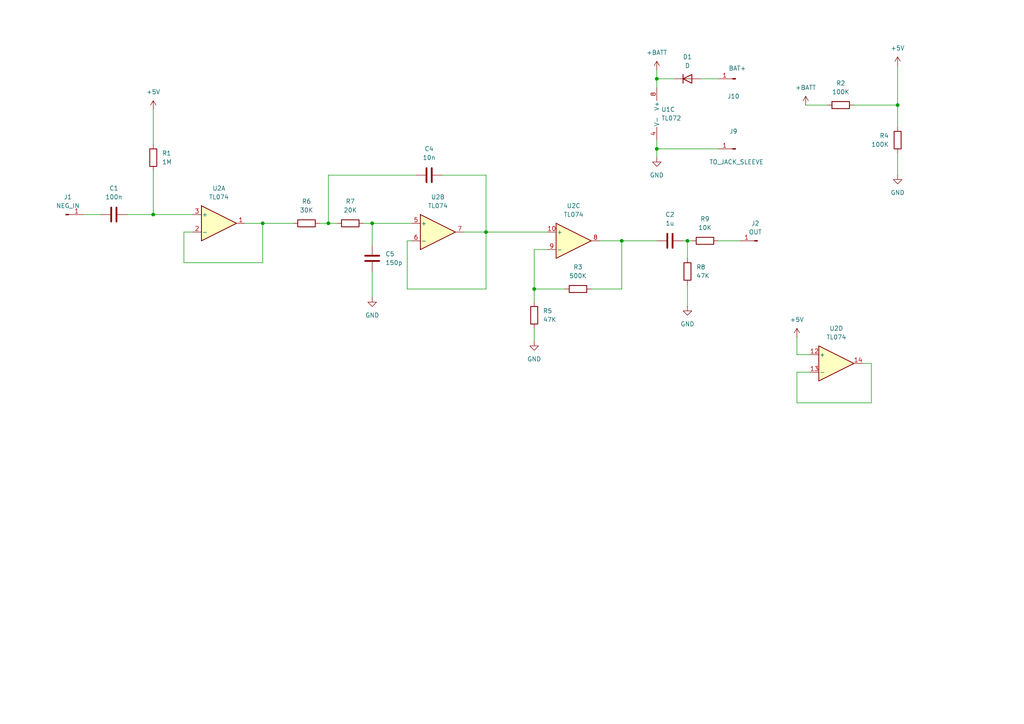
<source format=kicad_sch>
(kicad_sch (version 20231120) (generator "eeschema") (generator_version "8.0")
  (paper "A4")
  (lib_symbols
    (symbol "Amplifier_Operational:TL072" (pin_names (offset 0.127))
      (property "Reference" "U" (at 0 5.08 0))
      (property "Value" "TL072" (at 0 -5.08 0))
      (symbol "TL072_1_1"
        (polyline (pts (xy -5.08 5.08) (xy 5.08 0) (xy -5.08 -5.08) (xy -5.08 5.08)) (stroke (width 0.254)) (fill (type background)))
        (pin output line (at 7.62 0 180) (length 2.54) (name "~") (number "1"))
        (pin input line (at -7.62 -2.54 0) (length 2.54) (name "-") (number "2"))
        (pin input line (at -7.62 2.54 0) (length 2.54) (name "+") (number "3"))
      )
      (symbol "TL072_2_1"
        (polyline (pts (xy -5.08 5.08) (xy 5.08 0) (xy -5.08 -5.08) (xy -5.08 5.08)) (stroke (width 0.254)) (fill (type background)))
        (pin input line (at -7.62 2.54 0) (length 2.54) (name "+") (number "5"))
        (pin input line (at -7.62 -2.54 0) (length 2.54) (name "-") (number "6"))
        (pin output line (at 7.62 0 180) (length 2.54) (name "~") (number "7"))
      )
      (symbol "TL072_3_1"
        (pin power_in line (at -2.54 -7.62 90) (length 3.81) (name "V-") (number "4"))
        (pin power_in line (at -2.54 7.62 270) (length 3.81) (name "V+") (number "8"))
      )
    )
    (symbol "Amplifier_Operational:TL074" (pin_names (offset 0.127))
      (property "Reference" "U" (at 0 5.08 0))
      (property "Value" "TL074" (at 0 -5.08 0))
      (symbol "TL074_1_1"
        (polyline (pts (xy -5.08 5.08) (xy 5.08 0) (xy -5.08 -5.08) (xy -5.08 5.08)) (stroke (width 0.254)) (fill (type background)))
        (pin output line (at 7.62 0 180) (length 2.54) (name "~") (number "1"))
        (pin input line (at -7.62 -2.54 0) (length 2.54) (name "-") (number "2"))
        (pin input line (at -7.62 2.54 0) (length 2.54) (name "+") (number "3"))
      )
      (symbol "TL074_2_1"
        (polyline (pts (xy -5.08 5.08) (xy 5.08 0) (xy -5.08 -5.08) (xy -5.08 5.08)) (stroke (width 0.254)) (fill (type background)))
        (pin input line (at -7.62 2.54 0) (length 2.54) (name "+") (number "5"))
        (pin input line (at -7.62 -2.54 0) (length 2.54) (name "-") (number "6"))
        (pin output line (at 7.62 0 180) (length 2.54) (name "~") (number "7"))
      )
      (symbol "TL074_3_1"
        (polyline (pts (xy -5.08 5.08) (xy 5.08 0) (xy -5.08 -5.08) (xy -5.08 5.08)) (stroke (width 0.254)) (fill (type background)))
        (pin input line (at -7.62 2.54 0) (length 2.54) (name "+") (number "10"))
        (pin output line (at 7.62 0 180) (length 2.54) (name "~") (number "8"))
        (pin input line (at -7.62 -2.54 0) (length 2.54) (name "-") (number "9"))
      )
      (symbol "TL074_4_1"
        (polyline (pts (xy -5.08 5.08) (xy 5.08 0) (xy -5.08 -5.08) (xy -5.08 5.08)) (stroke (width 0.254)) (fill (type background)))
        (pin input line (at -7.62 2.54 0) (length 2.54) (name "+") (number "12"))
        (pin input line (at -7.62 -2.54 0) (length 2.54) (name "-") (number "13"))
        (pin output line (at 7.62 0 180) (length 2.54) (name "~") (number "14"))
      )
      (symbol "TL074_5_1"
        (pin power_in line (at -2.54 -7.62 90) (length 3.81) (name "V-") (number "11"))
        (pin power_in line (at -2.54 7.62 270) (length 3.81) (name "V+") (number "4"))
      )
    )
    (symbol "Connector:Conn_01x01_Pin" (pin_names (offset 1.016) hide)
      (property "Reference" "J" (at 0 2.54 0))
      (property "Value" "Conn_01x01_Pin" (at 0 -2.54 0))
      (symbol "Conn_01x01_Pin_1_1"
        (polyline (pts (xy 1.27 0) (xy 0.8636 0)) (stroke (width 0.1524)))
        (rectangle (start 0.8636 0.127) (end 0 -0.127) (stroke (width 0.1524)) (fill (type outline)))
        (pin passive line (at 5.08 0 180) (length 3.81) (name "Pin_1") (number "1"))
      )
    )
    (symbol "Device:C" (pin_numbers hide) (pin_names (offset 0.254))
      (property "Reference" "C" (at 0.635 2.54 0))
      (property "Value" "C" (at 0.635 -2.54 0))
      (symbol "C_0_1"
        (polyline (pts (xy -2.032 -0.762) (xy 2.032 -0.762)) (stroke (width 0.508)))
        (polyline (pts (xy -2.032 0.762) (xy 2.032 0.762)) (stroke (width 0.508)))
      )
      (symbol "C_1_1"
        (pin passive line (at 0 3.81 270) (length 2.794) (name "~") (number "1"))
        (pin passive line (at 0 -3.81 90) (length 2.794) (name "~") (number "2"))
      )
    )
    (symbol "Device:D" (pin_numbers hide) (pin_names (offset 1.016) hide)
      (property "Reference" "D" (at 0 2.54 0))
      (property "Value" "D" (at 0 -2.54 0))
      (symbol "D_0_1"
        (polyline (pts (xy -1.27 1.27) (xy -1.27 -1.27)) (stroke (width 0.254)))
        (polyline (pts (xy 1.27 0) (xy -1.27 0)))
        (polyline (pts (xy 1.27 1.27) (xy 1.27 -1.27) (xy -1.27 0) (xy 1.27 1.27)) (stroke (width 0.254)))
      )
      (symbol "D_1_1"
        (pin passive line (at -3.81 0 0) (length 2.54) (name "K") (number "1"))
        (pin passive line (at 3.81 0 180) (length 2.54) (name "A") (number "2"))
      )
    )
    (symbol "Device:R" (pin_numbers hide) (pin_names (offset 0))
      (property "Reference" "R" (at 2.032 0 90))
      (property "Value" "R" (at 0 0 90))
      (symbol "R_0_1"
        (rectangle (start -1.016 -2.54) (end 1.016 2.54) (stroke (width 0.254)))
      )
      (symbol "R_1_1"
        (pin passive line (at 0 3.81 270) (length 1.27) (name "~") (number "1"))
        (pin passive line (at 0 -3.81 90) (length 1.27) (name "~") (number "2"))
      )
    )
    (symbol "power:+5V" (power) (pin_numbers hide) (pin_names (offset 0) hide)
      (property "Value" "+5V" (at 0 3.556 0))
      (symbol "+5V_0_1"
        (polyline (pts (xy -0.762 1.27) (xy 0 2.54)))
        (polyline (pts (xy 0 0) (xy 0 2.54)))
        (polyline (pts (xy 0 2.54) (xy 0.762 1.27)))
      )
      (symbol "+5V_1_1"
        (pin power_in line (at 0 0 90) (length 0) (name "~") (number "1"))
      )
    )
    (symbol "power:+BATT" (power) (pin_numbers hide) (pin_names (offset 0) hide)
      (property "Value" "+BATT" (at 0 3.556 0))
      (symbol "+BATT_0_1"
        (polyline (pts (xy -0.762 1.27) (xy 0 2.54)))
        (polyline (pts (xy 0 0) (xy 0 2.54)))
        (polyline (pts (xy 0 2.54) (xy 0.762 1.27)))
      )
      (symbol "+BATT_1_1"
        (pin power_in line (at 0 0 90) (length 0) (name "~") (number "1"))
      )
    )
    (symbol "power:GND" (power) (pin_numbers hide) (pin_names (offset 0) hide)
      (property "Value" "GND" (at 0 -3.81 0))
      (symbol "GND_0_1"
        (polyline (pts (xy 0 0) (xy 0 -1.27) (xy 1.27 -1.27) (xy 0 -2.54) (xy -1.27 -1.27) (xy 0 -1.27)))
      )
      (symbol "GND_1_1"
        (pin power_in line (at 0 0 270) (length 0) (name "~") (number "1"))
      )
    )
  )
  (junction (at 140.97 67.31))
  (junction (at 199.39 69.85))
  (junction (at 154.94 83.82))
  (junction (at 190.5 43.18))
  (junction (at 76.2 64.77))
  (junction (at 190.5 22.86))
  (junction (at 260.35 30.48))
  (junction (at 44.45 62.23))
  (junction (at 95.25 64.77))
  (junction (at 180.34 69.85))
  (junction (at 107.95 64.77))
  (wire (pts (xy 76.2 76.2) (xy 76.2 64.77)))
  (wire (pts (xy 140.97 83.82) (xy 140.97 67.31)))
  (wire (pts (xy 44.45 49.53) (xy 44.45 62.23)))
  (wire (pts (xy 107.95 78.74) (xy 107.95 86.36)))
  (wire (pts (xy 234.95 102.87) (xy 231.14 102.87)))
  (wire (pts (xy 154.94 95.25) (xy 154.94 99.06)))
  (wire (pts (xy 107.95 64.77) (xy 107.95 71.12)))
  (wire (pts (xy 247.65 30.48) (xy 260.35 30.48)))
  (wire (pts (xy 208.28 69.85) (xy 214.63 69.85)))
  (wire (pts (xy 252.73 105.41) (xy 250.19 105.41)))
  (wire (pts (xy 199.39 82.55) (xy 199.39 88.9)))
  (wire (pts (xy 53.34 76.2) (xy 76.2 76.2)))
  (wire (pts (xy 154.94 72.39) (xy 158.75 72.39)))
  (wire (pts (xy 231.14 116.84) (xy 252.73 116.84)))
  (wire (pts (xy 128.27 50.8) (xy 140.97 50.8)))
  (wire (pts (xy 95.25 50.8) (xy 95.25 64.77)))
  (wire (pts (xy 95.25 64.77) (xy 97.79 64.77)))
  (wire (pts (xy 171.45 83.82) (xy 180.34 83.82)))
  (wire (pts (xy 53.34 67.31) (xy 53.34 76.2)))
  (wire (pts (xy 180.34 83.82) (xy 180.34 69.85)))
  (wire (pts (xy 190.5 43.18) (xy 190.5 45.72)))
  (wire (pts (xy 44.45 62.23) (xy 55.88 62.23)))
  (wire (pts (xy 118.11 83.82) (xy 140.97 83.82)))
  (wire (pts (xy 24.13 62.23) (xy 29.21 62.23)))
  (wire (pts (xy 190.5 20.32) (xy 190.5 22.86)))
  (wire (pts (xy 198.12 69.85) (xy 199.39 69.85)))
  (wire (pts (xy 203.2 22.86) (xy 208.28 22.86)))
  (wire (pts (xy 252.73 116.84) (xy 252.73 105.41)))
  (wire (pts (xy 190.5 22.86) (xy 190.5 25.4)))
  (wire (pts (xy 53.34 67.31) (xy 55.88 67.31)))
  (wire (pts (xy 140.97 50.8) (xy 140.97 67.31)))
  (wire (pts (xy 118.11 69.85) (xy 118.11 83.82)))
  (wire (pts (xy 71.12 64.77) (xy 76.2 64.77)))
  (wire (pts (xy 119.38 69.85) (xy 118.11 69.85)))
  (wire (pts (xy 180.34 69.85) (xy 173.99 69.85)))
  (wire (pts (xy 107.95 64.77) (xy 119.38 64.77)))
  (wire (pts (xy 154.94 83.82) (xy 154.94 87.63)))
  (wire (pts (xy 92.71 64.77) (xy 95.25 64.77)))
  (wire (pts (xy 234.95 107.95) (xy 231.14 107.95)))
  (wire (pts (xy 190.5 40.64) (xy 190.5 43.18)))
  (wire (pts (xy 231.14 107.95) (xy 231.14 116.84)))
  (wire (pts (xy 163.83 83.82) (xy 154.94 83.82)))
  (wire (pts (xy 44.45 31.75) (xy 44.45 41.91)))
  (wire (pts (xy 190.5 43.18) (xy 208.28 43.18)))
  (wire (pts (xy 260.35 30.48) (xy 260.35 36.83)))
  (wire (pts (xy 120.65 50.8) (xy 95.25 50.8)))
  (wire (pts (xy 180.34 69.85) (xy 190.5 69.85)))
  (wire (pts (xy 154.94 83.82) (xy 154.94 72.39)))
  (wire (pts (xy 36.83 62.23) (xy 44.45 62.23)))
  (wire (pts (xy 199.39 69.85) (xy 200.66 69.85)))
  (wire (pts (xy 140.97 67.31) (xy 158.75 67.31)))
  (wire (pts (xy 190.5 22.86) (xy 195.58 22.86)))
  (wire (pts (xy 76.2 64.77) (xy 85.09 64.77)))
  (wire (pts (xy 140.97 67.31) (xy 134.62 67.31)))
  (wire (pts (xy 231.14 102.87) (xy 231.14 97.79)))
  (wire (pts (xy 199.39 69.85) (xy 199.39 74.93)))
  (wire (pts (xy 260.35 44.45) (xy 260.35 50.8)))
  (wire (pts (xy 260.35 19.05) (xy 260.35 30.48)))
  (wire (pts (xy 240.03 30.48) (xy 233.68 30.48)))
  (wire (pts (xy 105.41 64.77) (xy 107.95 64.77)))
  (symbol (lib_id "Device:R") (at 204.47 69.85 90) (unit 1)
    (property "Reference" "R9" (at 204.47 63.5 90))
    (property "Value" "10K" (at 204.47 66.04 90))
    (property "Description" "Resistor" (effects (hide yes)))
  )
  (symbol (lib_id "Amplifier_Operational:TL074") (at 242.57 105.41 0) (unit 4)
    (property "Reference" "U2" (at 242.57 95.25 0))
    (property "Value" "TL074" (at 242.57 97.79 0))
    (property "Datasheet" "http://www.ti.com/lit/ds/symlink/tl071.pdf" (effects (hide yes)))
    (property "Description" "Quad Low-Noise JFET-Input Operational Amplifiers, DIP-14/SOIC-14" (effects (hide yes)))
  )
  (symbol (lib_id "Amplifier_Operational:TL074") (at 166.37 69.85 0) (unit 3)
    (property "Reference" "U2" (at 166.37 59.69 0))
    (property "Value" "TL074" (at 166.37 62.23 0))
    (property "Datasheet" "http://www.ti.com/lit/ds/symlink/tl071.pdf" (effects (hide yes)))
    (property "Description" "Quad Low-Noise JFET-Input Operational Amplifiers, DIP-14/SOIC-14" (effects (hide yes)))
  )
  (symbol (lib_id "Device:R") (at 199.39 78.74 180) (unit 1)
    (property "Reference" "R8" (at 201.93 77.4699 0) (effects (justify right)))
    (property "Value" "47K" (at 201.93 80.0099 0) (effects (justify right)))
    (property "Description" "Resistor" (effects (hide yes)))
  )
  (symbol (lib_id "Device:R") (at 101.6 64.77 270) (unit 1)
    (property "Reference" "R7" (at 101.6 58.42 90))
    (property "Value" "20K" (at 101.6 60.96 90))
    (property "Description" "Resistor" (effects (hide yes)))
  )
  (symbol (lib_id "Connector:Conn_01x01_Pin") (at 219.71 69.85 180) (unit 1)
    (property "Reference" "J2" (at 219.075 64.77 0))
    (property "Value" "OUT" (at 219.075 67.31 0))
    (property "Description" "Generic connector, single row, 01x01, script generated" (effects (hide yes)))
  )
  (symbol (lib_id "power:+5V") (at 260.35 19.05 0) (unit 1)
    (property "Reference" "#PWR07" (effects (hide yes)))
    (property "Value" "+5V" (at 260.35 13.97 0))
    (property "Description" "Power symbol creates a global label with name \"+5V\"" (effects (hide yes)))
  )
  (symbol (lib_id "power:+BATT") (at 190.5 20.32 0) (unit 1)
    (property "Reference" "#PWR05" (effects (hide yes)))
    (property "Value" "+BATT" (at 190.5 15.24 0))
    (property "Description" "Power symbol creates a global label with name \"+BATT\"" (effects (hide yes)))
  )
  (symbol (lib_id "power:+5V") (at 44.45 31.75 0) (unit 1)
    (property "Reference" "#PWR08" (effects (hide yes)))
    (property "Value" "+5V" (at 44.45 26.67 0))
    (property "Description" "Power symbol creates a global label with name \"+5V\"" (effects (hide yes)))
  )
  (symbol (lib_id "power:+BATT") (at 233.68 30.48 0) (mirror y) (unit 1)
    (property "Reference" "#PWR03" (effects (hide yes)))
    (property "Value" "+BATT" (at 233.68 25.4 0))
    (property "Description" "Power symbol creates a global label with name \"+BATT\"" (effects (hide yes)))
  )
  (symbol (lib_id "Device:R") (at 243.84 30.48 270) (mirror x) (unit 1)
    (property "Reference" "R2" (at 243.84 24.13 90))
    (property "Value" "100K" (at 243.84 26.67 90))
    (property "Description" "Resistor" (effects (hide yes)))
  )
  (symbol (lib_id "Device:C") (at 124.46 50.8 90) (unit 1)
    (property "Reference" "C4" (at 124.46 43.18 90))
    (property "Value" "10n" (at 124.46 45.72 90))
    (property "Description" "Unpolarized capacitor" (effects (hide yes)))
  )
  (symbol (lib_id "Amplifier_Operational:TL074") (at 63.5 64.77 0) (unit 1)
    (property "Reference" "U2" (at 63.5 54.61 0))
    (property "Value" "TL074" (at 63.5 57.15 0))
    (property "Datasheet" "http://www.ti.com/lit/ds/symlink/tl071.pdf" (effects (hide yes)))
    (property "Description" "Quad Low-Noise JFET-Input Operational Amplifiers, DIP-14/SOIC-14" (effects (hide yes)))
  )
  (symbol (lib_id "Device:C") (at 33.02 62.23 90) (unit 1)
    (property "Reference" "C1" (at 33.02 54.61 90))
    (property "Value" "100n" (at 33.02 57.15 90))
    (property "Description" "Unpolarized capacitor" (effects (hide yes)))
  )
  (symbol (lib_id "power:+5V") (at 231.14 97.79 0) (unit 1)
    (property "Reference" "#PWR010" (effects (hide yes)))
    (property "Value" "+5V" (at 231.14 92.71 0))
    (property "Description" "Power symbol creates a global label with name \"+5V\"" (effects (hide yes)))
  )
  (symbol (lib_id "Connector:Conn_01x01_Pin") (at 213.36 22.86 180) (unit 1)
    (property "Reference" "J10" (at 212.725 27.94 0))
    (property "Value" "BAT+" (at 213.868 19.812 0))
    (property "Description" "Generic connector, single row, 01x01, script generated" (effects (hide yes)))
  )
  (symbol (lib_id "power:GND") (at 154.94 99.06 0) (unit 1)
    (property "Reference" "#PWR09" (effects (hide yes)))
    (property "Value" "GND" (at 154.94 104.14 0))
    (property "Description" "Power symbol creates a global label with name \"GND\" , ground" (effects (hide yes)))
  )
  (symbol (lib_id "Amplifier_Operational:TL072") (at 193.04 33.02 0) (unit 3)
    (property "Reference" "U1" (at 191.77 31.7499 0) (effects (justify left)))
    (property "Value" "TL072" (at 191.77 34.2899 0) (effects (justify left)))
    (property "Datasheet" "http://www.ti.com/lit/ds/symlink/tl071.pdf" (effects (hide yes)))
    (property "Description" "Dual Low-Noise JFET-Input Operational Amplifiers, DIP-8/SOIC-8" (effects (hide yes)))
  )
  (symbol (lib_id "power:GND") (at 190.5 45.72 0) (unit 1)
    (property "Reference" "#PWR06" (effects (hide yes)))
    (property "Value" "GND" (at 190.5 50.8 0))
    (property "Description" "Power symbol creates a global label with name \"GND\" , ground" (effects (hide yes)))
  )
  (symbol (lib_id "Device:R") (at 154.94 91.44 180) (unit 1)
    (property "Reference" "R5" (at 157.48 90.1699 0) (effects (justify right)))
    (property "Value" "47K" (at 157.48 92.7099 0) (effects (justify right)))
    (property "Description" "Resistor" (effects (hide yes)))
  )
  (symbol (lib_id "Device:R") (at 167.64 83.82 90) (unit 1)
    (property "Reference" "R3" (at 167.64 77.47 90))
    (property "Value" "500K" (at 167.64 80.01 90))
    (property "Description" "Resistor" (effects (hide yes)))
  )
  (symbol (lib_id "Device:C") (at 194.31 69.85 90) (unit 1)
    (property "Reference" "C2" (at 194.31 62.23 90))
    (property "Value" "1u" (at 194.31 64.77 90))
    (property "Description" "Unpolarized capacitor" (effects (hide yes)))
  )
  (symbol (lib_id "Device:D") (at 199.39 22.86 0) (unit 1)
    (property "Reference" "D1" (at 199.39 16.51 0))
    (property "Value" "D" (at 199.39 19.05 0))
    (property "Description" "Diode" (effects (hide yes)))
    (property "Sim.Device" "D" (effects (hide yes)))
    (property "Sim.Pins" "1=K 2=A" (effects (hide yes)))
  )
  (symbol (lib_id "Device:C") (at 107.95 74.93 180) (unit 1)
    (property "Reference" "C5" (at 111.76 73.6599 0) (effects (justify right)))
    (property "Value" "150p" (at 111.76 76.1999 0) (effects (justify right)))
    (property "Description" "Unpolarized capacitor" (effects (hide yes)))
  )
  (symbol (lib_id "power:GND") (at 260.35 50.8 0) (mirror y) (unit 1)
    (property "Reference" "#PWR04" (effects (hide yes)))
    (property "Value" "GND" (at 260.35 55.88 0))
    (property "Description" "Power symbol creates a global label with name \"GND\" , ground" (effects (hide yes)))
  )
  (symbol (lib_id "Amplifier_Operational:TL074") (at 127 67.31 0) (unit 2)
    (property "Reference" "U2" (at 127 57.15 0))
    (property "Value" "TL074" (at 127 59.69 0))
    (property "Datasheet" "http://www.ti.com/lit/ds/symlink/tl071.pdf" (effects (hide yes)))
    (property "Description" "Quad Low-Noise JFET-Input Operational Amplifiers, DIP-14/SOIC-14" (effects (hide yes)))
  )
  (symbol (lib_id "Connector:Conn_01x01_Pin") (at 213.36 43.18 180) (unit 1)
    (property "Reference" "J9" (at 212.725 38.1 0))
    (property "Value" "TO_JACK_SLEEVE" (at 213.614 46.99 0))
    (property "Description" "Generic connector, single row, 01x01, script generated" (effects (hide yes)))
  )
  (symbol (lib_id "power:GND") (at 199.39 88.9 0) (unit 1)
    (property "Reference" "#PWR01" (effects (hide yes)))
    (property "Value" "GND" (at 199.39 93.98 0))
    (property "Description" "Power symbol creates a global label with name \"GND\" , ground" (effects (hide yes)))
  )
  (symbol (lib_id "Device:R") (at 260.35 40.64 0) (mirror x) (unit 1)
    (property "Reference" "R4" (at 257.81 39.3699 0) (effects (justify right)))
    (property "Value" "100K" (at 257.81 41.9099 0) (effects (justify right)))
    (property "Description" "Resistor" (effects (hide yes)))
  )
  (symbol (lib_id "Device:R") (at 88.9 64.77 270) (unit 1)
    (property "Reference" "R6" (at 88.9 58.42 90))
    (property "Value" "30K" (at 88.9 60.96 90))
    (property "Description" "Resistor" (effects (hide yes)))
  )
  (symbol (lib_id "Connector:Conn_01x01_Pin") (at 19.05 62.23 0) (unit 1)
    (property "Reference" "J1" (at 19.685 57.15 0))
    (property "Value" "NEG_IN" (at 19.685 59.69 0))
    (property "Description" "Generic connector, single row, 01x01, script generated" (effects (hide yes)))
  )
  (symbol (lib_id "power:GND") (at 107.95 86.36 0) (unit 1)
    (property "Reference" "#PWR02" (effects (hide yes)))
    (property "Value" "GND" (at 107.95 91.44 0))
    (property "Description" "Power symbol creates a global label with name \"GND\" , ground" (effects (hide yes)))
  )
  (symbol (lib_id "Device:R") (at 44.45 45.72 180) (unit 1)
    (property "Reference" "R1" (at 46.99 44.4499 0) (effects (justify right)))
    (property "Value" "1M" (at 46.99 46.9899 0) (effects (justify right)))
    (property "Description" "Resistor" (effects (hide yes)))
  )
)
</source>
